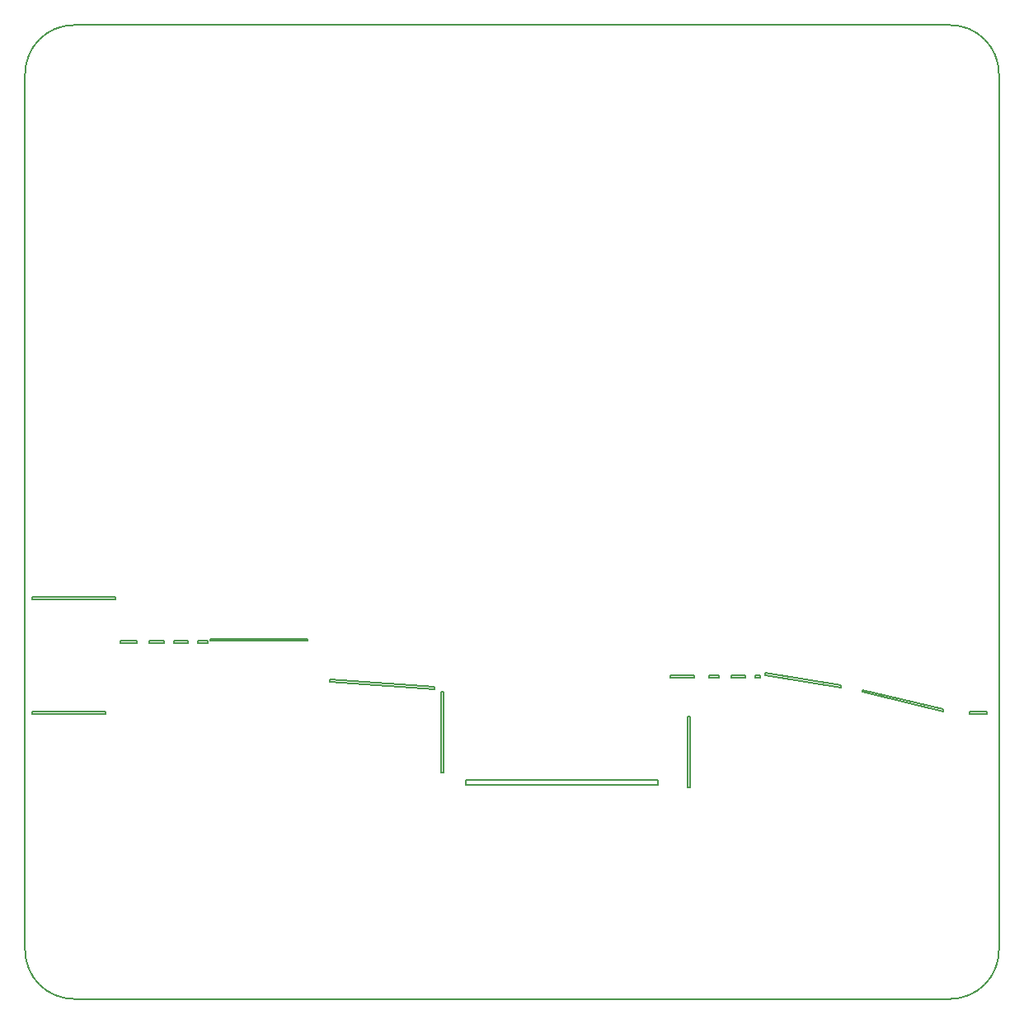
<source format=gm1>
G04 #@! TF.GenerationSoftware,KiCad,Pcbnew,(5.1.5)-3*
G04 #@! TF.CreationDate,2020-12-11T16:35:30-08:00*
G04 #@! TF.ProjectId,Luciebox_v3,4c756369-6562-46f7-985f-76332e6b6963,rev?*
G04 #@! TF.SameCoordinates,Original*
G04 #@! TF.FileFunction,Profile,NP*
%FSLAX46Y46*%
G04 Gerber Fmt 4.6, Leading zero omitted, Abs format (unit mm)*
G04 Created by KiCad (PCBNEW (5.1.5)-3) date 2020-12-11 16:35:30*
%MOMM*%
%LPD*%
G04 APERTURE LIST*
%ADD10C,0.150000*%
G04 APERTURE END LIST*
D10*
X71250000Y-66750000D02*
X70250000Y-66750000D01*
X71250000Y-67000000D02*
X71250000Y-66750000D01*
X70250000Y-67000000D02*
X71250000Y-67000000D01*
X70250000Y-66750000D02*
X70250000Y-67000000D01*
X94250000Y-70250000D02*
X86000000Y-68250000D01*
X86000000Y-68500000D02*
X94250000Y-70500000D01*
X86000000Y-68250000D02*
X86000000Y-68500000D01*
X83750000Y-68000000D02*
X76000000Y-66750000D01*
X83750000Y-67750000D02*
X83750000Y-68000000D01*
X76000000Y-66500000D02*
X83750000Y-67750000D01*
X75500000Y-66750000D02*
X75000000Y-66750000D01*
X75500000Y-67000000D02*
X75500000Y-66750000D01*
X75000000Y-67000000D02*
X75500000Y-67000000D01*
X75000000Y-66750000D02*
X75000000Y-67000000D01*
X98750000Y-70500000D02*
X97000000Y-70500000D01*
X98750000Y-70750000D02*
X98750000Y-70500000D01*
X97000000Y-70750000D02*
X98750000Y-70750000D01*
X97000000Y-70500000D02*
X97000000Y-70750000D01*
X74000000Y-66750000D02*
X72500000Y-66750000D01*
X74000000Y-67000000D02*
X74000000Y-66750000D01*
X72500000Y-67000000D02*
X74000000Y-67000000D01*
X72500000Y-66750000D02*
X72500000Y-67000000D01*
X68750000Y-66750000D02*
X66250000Y-66750000D01*
X68750000Y-67000000D02*
X68750000Y-66750000D01*
X66250000Y-67000000D02*
X68750000Y-67000000D01*
X66250000Y-66750000D02*
X66250000Y-67000000D01*
X18750000Y-63250000D02*
X17750000Y-63250000D01*
X18750000Y-63500000D02*
X18750000Y-63250000D01*
X17750000Y-63500000D02*
X18750000Y-63500000D01*
X17750000Y-63250000D02*
X17750000Y-63500000D01*
X16750000Y-63250000D02*
X15250000Y-63250000D01*
X16750000Y-63500000D02*
X16750000Y-63250000D01*
X15250000Y-63500000D02*
X16750000Y-63500000D01*
X15250000Y-63250000D02*
X15250000Y-63500000D01*
X14250000Y-63250000D02*
X12750000Y-63250000D01*
X14250000Y-63500000D02*
X14250000Y-63250000D01*
X12750000Y-63500000D02*
X14250000Y-63500000D01*
X12750000Y-63250000D02*
X12750000Y-63500000D01*
X9750000Y-63500000D02*
X9750000Y-63250000D01*
X11500000Y-63500000D02*
X9750000Y-63500000D01*
X11500000Y-63250000D02*
X11500000Y-63500000D01*
X9750000Y-63250000D02*
X11500000Y-63250000D01*
X750000Y-70500000D02*
X1000000Y-70500000D01*
X750000Y-70750000D02*
X750000Y-70500000D01*
X8250000Y-70750000D02*
X750000Y-70750000D01*
X8250000Y-70500000D02*
X8250000Y-70750000D01*
X1000000Y-70500000D02*
X8250000Y-70500000D01*
X750000Y-59000000D02*
X1000000Y-59000000D01*
X750000Y-58750000D02*
X750000Y-59000000D01*
X9250000Y-58750000D02*
X750000Y-58750000D01*
X9250000Y-59000000D02*
X9250000Y-58750000D01*
X1000000Y-59000000D02*
X9250000Y-59000000D01*
X68250000Y-71000000D02*
X68000000Y-71000000D01*
X68250000Y-78250000D02*
X68250000Y-71000000D01*
X68000000Y-78250000D02*
X68250000Y-78250000D01*
X68000000Y-71000000D02*
X68000000Y-78250000D01*
X31280000Y-67460000D02*
X31280000Y-67210000D01*
X42030000Y-68210000D02*
X31280000Y-67460000D01*
X42030000Y-67960000D02*
X42030000Y-68210000D01*
X31280000Y-67210000D02*
X42030000Y-67960000D01*
X94250000Y-70500000D02*
X94250000Y-70250000D01*
X76000000Y-66500000D02*
X76000000Y-66750000D01*
X42750000Y-68500000D02*
X43000000Y-68500000D01*
X42750000Y-76750000D02*
X42750000Y-68500000D01*
X43000000Y-76750000D02*
X42750000Y-76750000D01*
X43000000Y-68500000D02*
X43000000Y-76750000D01*
X45250000Y-78000000D02*
X45250000Y-77500000D01*
X65000000Y-78000000D02*
X45250000Y-78000000D01*
X65000000Y-77500000D02*
X65000000Y-78000000D01*
X45250000Y-77500000D02*
X65000000Y-77500000D01*
X19000000Y-63250000D02*
X19000000Y-63000000D01*
X29000000Y-63250000D02*
X19000000Y-63250000D01*
X29000000Y-63000000D02*
X29000000Y-63250000D01*
X19000000Y-63000000D02*
X29000000Y-63000000D01*
X5000000Y-100000000D02*
G75*
G02X0Y-95000000I0J5000000D01*
G01*
X0Y-5000000D02*
G75*
G02X5000000Y0I5000000J0D01*
G01*
X95000000Y0D02*
G75*
G02X100000000Y-5000000I0J-5000000D01*
G01*
X100000000Y-95000000D02*
G75*
G02X95000000Y-100000000I-5000000J0D01*
G01*
X0Y-5000000D02*
X0Y-95000000D01*
X95000000Y0D02*
X5000000Y0D01*
X100000000Y-95000000D02*
X100000000Y-5000000D01*
X5000000Y-100000000D02*
X95000000Y-100000000D01*
M02*

</source>
